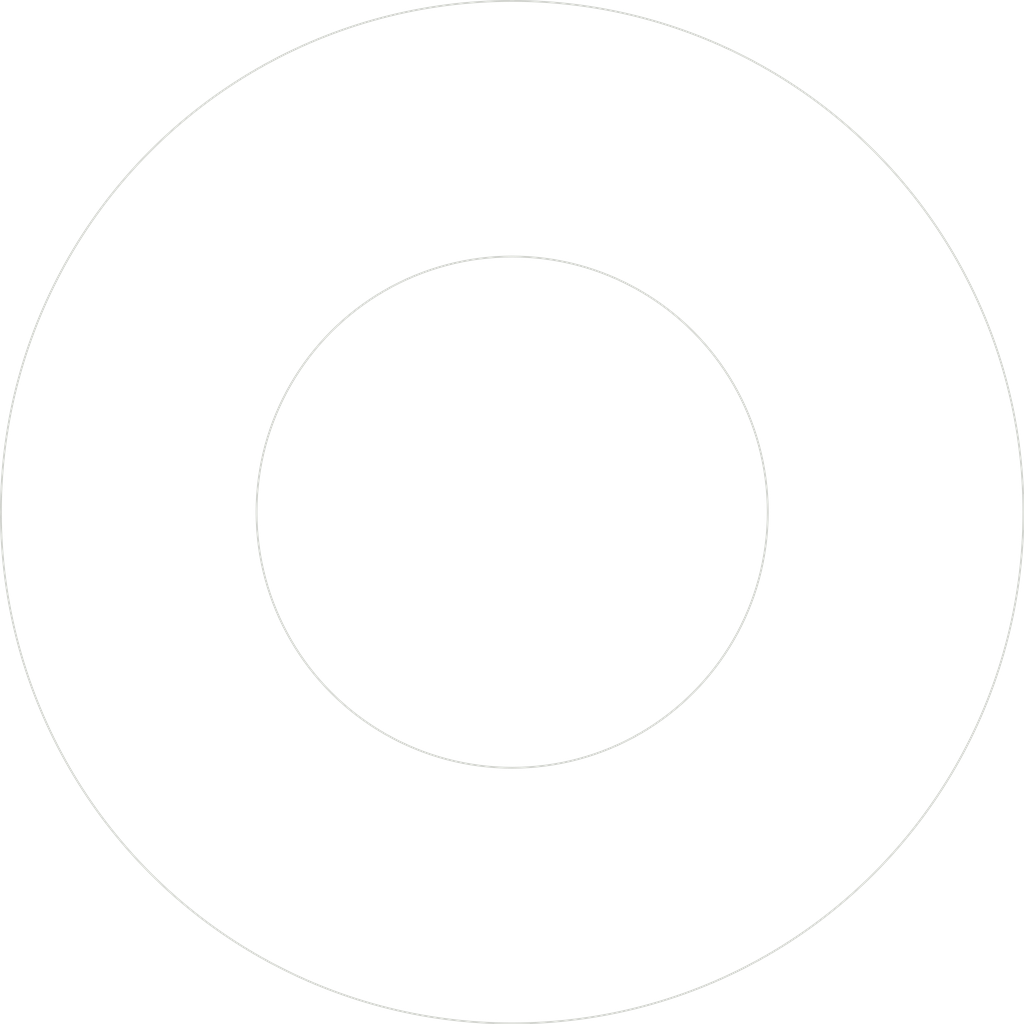
<source format=kicad_pcb>
(kicad_pcb (version 20171130) (host pcbnew "(5.1.7)-1")

  (general
    (thickness 1.6)
    (drawings 2)
    (tracks 0)
    (zones 0)
    (modules 3)
    (nets 1)
  )

  (page A4)
  (layers
    (0 F.Cu signal)
    (31 B.Cu signal)
    (32 B.Adhes user)
    (33 F.Adhes user)
    (34 B.Paste user)
    (35 F.Paste user)
    (36 B.SilkS user)
    (37 F.SilkS user)
    (38 B.Mask user)
    (39 F.Mask user)
    (40 Dwgs.User user)
    (41 Cmts.User user)
    (42 Eco1.User user)
    (43 Eco2.User user)
    (44 Edge.Cuts user)
    (45 Margin user)
    (46 B.CrtYd user)
    (47 F.CrtYd user)
    (48 B.Fab user)
    (49 F.Fab user)
  )

  (setup
    (last_trace_width 0.25)
    (user_trace_width 2.5)
    (trace_clearance 0.2)
    (zone_clearance 0.75)
    (zone_45_only yes)
    (trace_min 0.2)
    (via_size 0.8)
    (via_drill 0.4)
    (via_min_size 0.4)
    (via_min_drill 0.3)
    (uvia_size 0.3)
    (uvia_drill 0.1)
    (uvias_allowed no)
    (uvia_min_size 0.2)
    (uvia_min_drill 0.1)
    (edge_width 0.05)
    (segment_width 0.2)
    (pcb_text_width 0.3)
    (pcb_text_size 1.5 1.5)
    (mod_edge_width 0.12)
    (mod_text_size 1 1)
    (mod_text_width 0.15)
    (pad_size 1.25 1.25)
    (pad_drill 1.25)
    (pad_to_mask_clearance 0)
    (aux_axis_origin 0 0)
    (visible_elements 7FFFFF7F)
    (pcbplotparams
      (layerselection 0x010fc_ffffffff)
      (usegerberextensions true)
      (usegerberattributes false)
      (usegerberadvancedattributes false)
      (creategerberjobfile false)
      (excludeedgelayer true)
      (linewidth 0.100000)
      (plotframeref false)
      (viasonmask false)
      (mode 1)
      (useauxorigin false)
      (hpglpennumber 1)
      (hpglpenspeed 20)
      (hpglpendiameter 15.000000)
      (psnegative false)
      (psa4output false)
      (plotreference true)
      (plotvalue false)
      (plotinvisibletext false)
      (padsonsilk false)
      (subtractmaskfromsilk true)
      (outputformat 1)
      (mirror false)
      (drillshape 0)
      (scaleselection 1)
      (outputdirectory "gerber"))
  )

  (net 0 "")

  (net_class Default "This is the default net class."
    (clearance 0.2)
    (trace_width 0.25)
    (via_dia 0.8)
    (via_drill 0.4)
    (uvia_dia 0.3)
    (uvia_drill 0.1)
  )

  (module Wire_Pads:SolderWirePad_single_1-2mmDrill (layer F.Cu) (tedit 629E8AD0) (tstamp 6292A591)
    (at 185.825318 46.25)
    (path /6292B3FA)
    (fp_text reference J4 (at 0 -3.81) (layer F.SilkS) hide
      (effects (font (size 1 1) (thickness 0.15)))
    )
    (fp_text value Conn_01x01 (at -1.905 3.175) (layer F.Fab) hide
      (effects (font (size 1 1) (thickness 0.15)))
    )
    (pad "" np_thru_hole circle (at 0 0) (size 1.25 1.25) (drill 1.25) (layers *.Cu *.Mask))
  )

  (module Wire_Pads:SolderWirePad_single_1-2mmDrill (layer F.Cu) (tedit 629E8AE4) (tstamp 6292A58E)
    (at 175 27.5)
    (path /6292B030)
    (fp_text reference J3 (at 0 -3.81) (layer F.SilkS) hide
      (effects (font (size 1 1) (thickness 0.15)))
    )
    (fp_text value Conn_01x01 (at -1.905 3.175) (layer F.Fab) hide
      (effects (font (size 1 1) (thickness 0.15)))
    )
    (pad "" np_thru_hole circle (at 0 0) (size 1.25 1.25) (drill 1.25) (layers *.Cu *.Mask))
  )

  (module Wire_Pads:SolderWirePad_single_1-2mmDrill (layer F.Cu) (tedit 629E8ADA) (tstamp 6292A58B)
    (at 164.174682 46.25)
    (path /6292AB1C)
    (fp_text reference J2 (at 0 -3.81) (layer F.SilkS) hide
      (effects (font (size 1 1) (thickness 0.15)))
    )
    (fp_text value Conn_01x01 (at -1.905 3.175) (layer F.Fab) hide
      (effects (font (size 1 1) (thickness 0.15)))
    )
    (pad "" np_thru_hole circle (at 0 0) (size 1.25 1.25) (drill 1.25) (layers *.Cu *.Mask))
  )

  (gr_circle (center 175 40) (end 182 40) (layer Edge.Cuts) (width 0.05))
  (gr_circle (center 175 40) (end 188.999999 40) (layer Edge.Cuts) (width 0.05))

)

</source>
